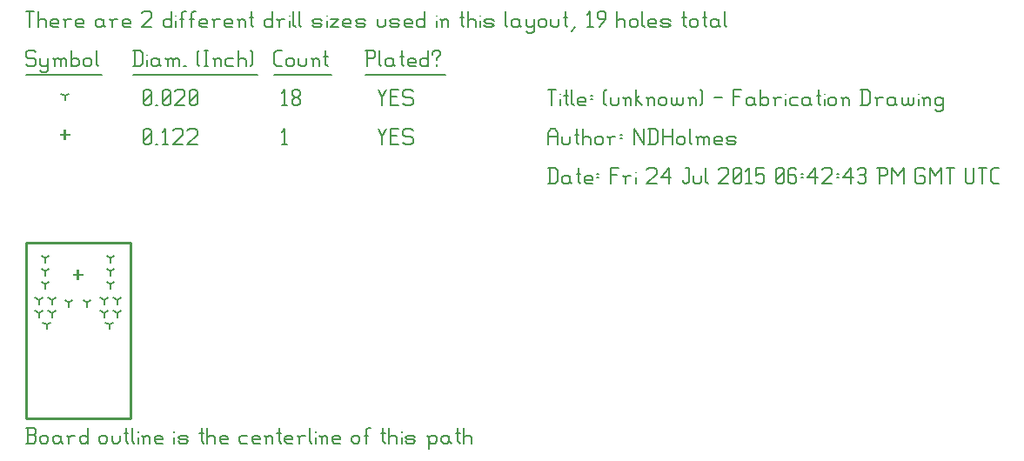
<source format=gbr>
G04 start of page 12 for group -3984 idx -3984 *
G04 Title: (unknown), fab *
G04 Creator: pcb 20110918 *
G04 CreationDate: Fri 24 Jul 2015 06:42:43 PM GMT UTC *
G04 For: ndholmes *
G04 Format: Gerber/RS-274X *
G04 PCB-Dimensions: 40000 67500 *
G04 PCB-Coordinate-Origin: lower left *
%MOIN*%
%FSLAX25Y25*%
%LNFAB*%
%ADD50C,0.0100*%
%ADD49C,0.0075*%
%ADD48C,0.0060*%
%ADD47R,0.0080X0.0080*%
G54D47*X20000Y56600D02*Y53400D01*
X18400Y55000D02*X21600D01*
X15000Y110350D02*Y107150D01*
X13400Y108750D02*X16600D01*
G54D48*X135000Y111000D02*X136500Y108000D01*
X138000Y111000D01*
X136500Y108000D02*Y105000D01*
X139800Y108300D02*X142050D01*
X139800Y105000D02*X142800D01*
X139800Y111000D02*Y105000D01*
Y111000D02*X142800D01*
X147600D02*X148350Y110250D01*
X145350Y111000D02*X147600D01*
X144600Y110250D02*X145350Y111000D01*
X144600Y110250D02*Y108750D01*
X145350Y108000D01*
X147600D01*
X148350Y107250D01*
Y105750D01*
X147600Y105000D02*X148350Y105750D01*
X145350Y105000D02*X147600D01*
X144600Y105750D02*X145350Y105000D01*
X98000Y109800D02*X99200Y111000D01*
Y105000D01*
X98000D02*X100250D01*
X45000Y105750D02*X45750Y105000D01*
X45000Y110250D02*Y105750D01*
Y110250D02*X45750Y111000D01*
X47250D01*
X48000Y110250D01*
Y105750D01*
X47250Y105000D02*X48000Y105750D01*
X45750Y105000D02*X47250D01*
X45000Y106500D02*X48000Y109500D01*
X49800Y105000D02*X50550D01*
X52350Y109800D02*X53550Y111000D01*
Y105000D01*
X52350D02*X54600D01*
X56400Y110250D02*X57150Y111000D01*
X59400D01*
X60150Y110250D01*
Y108750D01*
X56400Y105000D02*X60150Y108750D01*
X56400Y105000D02*X60150D01*
X61950Y110250D02*X62700Y111000D01*
X64950D01*
X65700Y110250D01*
Y108750D01*
X61950Y105000D02*X65700Y108750D01*
X61950Y105000D02*X65700D01*
X32500Y51500D02*Y49900D01*
Y51500D02*X33887Y52300D01*
X32500Y51500D02*X31113Y52300D01*
X32500Y56500D02*Y54900D01*
Y56500D02*X33887Y57300D01*
X32500Y56500D02*X31113Y57300D01*
X32500Y61500D02*Y59900D01*
Y61500D02*X33887Y62300D01*
X32500Y61500D02*X31113Y62300D01*
X7500Y51500D02*Y49900D01*
Y51500D02*X8887Y52300D01*
X7500Y51500D02*X6113Y52300D01*
X7500Y56500D02*Y54900D01*
Y56500D02*X8887Y57300D01*
X7500Y56500D02*X6113Y57300D01*
X7500Y61500D02*Y59900D01*
Y61500D02*X8887Y62300D01*
X7500Y61500D02*X6113Y62300D01*
X5000Y45500D02*Y43900D01*
Y45500D02*X6387Y46300D01*
X5000Y45500D02*X3613Y46300D01*
X10000Y45500D02*Y43900D01*
Y45500D02*X11387Y46300D01*
X10000Y45500D02*X8613Y46300D01*
X10000Y40500D02*Y38900D01*
Y40500D02*X11387Y41300D01*
X10000Y40500D02*X8613Y41300D01*
X5000Y40500D02*Y38900D01*
Y40500D02*X6387Y41300D01*
X5000Y40500D02*X3613Y41300D01*
X8000Y36000D02*Y34400D01*
Y36000D02*X9387Y36800D01*
X8000Y36000D02*X6613Y36800D01*
X30000Y45500D02*Y43900D01*
Y45500D02*X31387Y46300D01*
X30000Y45500D02*X28613Y46300D01*
X35000Y45500D02*Y43900D01*
Y45500D02*X36387Y46300D01*
X35000Y45500D02*X33613Y46300D01*
X35000Y40500D02*Y38900D01*
Y40500D02*X36387Y41300D01*
X35000Y40500D02*X33613Y41300D01*
X30000Y40500D02*Y38900D01*
Y40500D02*X31387Y41300D01*
X30000Y40500D02*X28613Y41300D01*
X16500Y44500D02*Y42900D01*
Y44500D02*X17887Y45300D01*
X16500Y44500D02*X15113Y45300D01*
X23500Y44500D02*Y42900D01*
Y44500D02*X24887Y45300D01*
X23500Y44500D02*X22113Y45300D01*
X32000Y36000D02*Y34400D01*
Y36000D02*X33387Y36800D01*
X32000Y36000D02*X30613Y36800D01*
X15000Y123750D02*Y122150D01*
Y123750D02*X16387Y124550D01*
X15000Y123750D02*X13613Y124550D01*
X135000Y126000D02*X136500Y123000D01*
X138000Y126000D01*
X136500Y123000D02*Y120000D01*
X139800Y123300D02*X142050D01*
X139800Y120000D02*X142800D01*
X139800Y126000D02*Y120000D01*
Y126000D02*X142800D01*
X147600D02*X148350Y125250D01*
X145350Y126000D02*X147600D01*
X144600Y125250D02*X145350Y126000D01*
X144600Y125250D02*Y123750D01*
X145350Y123000D01*
X147600D01*
X148350Y122250D01*
Y120750D01*
X147600Y120000D02*X148350Y120750D01*
X145350Y120000D02*X147600D01*
X144600Y120750D02*X145350Y120000D01*
X98000Y124800D02*X99200Y126000D01*
Y120000D01*
X98000D02*X100250D01*
X102050Y120750D02*X102800Y120000D01*
X102050Y121950D02*Y120750D01*
Y121950D02*X103100Y123000D01*
X104000D01*
X105050Y121950D01*
Y120750D01*
X104300Y120000D02*X105050Y120750D01*
X102800Y120000D02*X104300D01*
X102050Y124050D02*X103100Y123000D01*
X102050Y125250D02*Y124050D01*
Y125250D02*X102800Y126000D01*
X104300D01*
X105050Y125250D01*
Y124050D01*
X104000Y123000D02*X105050Y124050D01*
X45000Y120750D02*X45750Y120000D01*
X45000Y125250D02*Y120750D01*
Y125250D02*X45750Y126000D01*
X47250D01*
X48000Y125250D01*
Y120750D01*
X47250Y120000D02*X48000Y120750D01*
X45750Y120000D02*X47250D01*
X45000Y121500D02*X48000Y124500D01*
X49800Y120000D02*X50550D01*
X52350Y120750D02*X53100Y120000D01*
X52350Y125250D02*Y120750D01*
Y125250D02*X53100Y126000D01*
X54600D01*
X55350Y125250D01*
Y120750D01*
X54600Y120000D02*X55350Y120750D01*
X53100Y120000D02*X54600D01*
X52350Y121500D02*X55350Y124500D01*
X57150Y125250D02*X57900Y126000D01*
X60150D01*
X60900Y125250D01*
Y123750D01*
X57150Y120000D02*X60900Y123750D01*
X57150Y120000D02*X60900D01*
X62700Y120750D02*X63450Y120000D01*
X62700Y125250D02*Y120750D01*
Y125250D02*X63450Y126000D01*
X64950D01*
X65700Y125250D01*
Y120750D01*
X64950Y120000D02*X65700Y120750D01*
X63450Y120000D02*X64950D01*
X62700Y121500D02*X65700Y124500D01*
X3000Y141000D02*X3750Y140250D01*
X750Y141000D02*X3000D01*
X0Y140250D02*X750Y141000D01*
X0Y140250D02*Y138750D01*
X750Y138000D01*
X3000D01*
X3750Y137250D01*
Y135750D01*
X3000Y135000D02*X3750Y135750D01*
X750Y135000D02*X3000D01*
X0Y135750D02*X750Y135000D01*
X5550Y138000D02*Y135750D01*
X6300Y135000D01*
X8550Y138000D02*Y133500D01*
X7800Y132750D02*X8550Y133500D01*
X6300Y132750D02*X7800D01*
X5550Y133500D02*X6300Y132750D01*
Y135000D02*X7800D01*
X8550Y135750D01*
X11100Y137250D02*Y135000D01*
Y137250D02*X11850Y138000D01*
X12600D01*
X13350Y137250D01*
Y135000D01*
Y137250D02*X14100Y138000D01*
X14850D01*
X15600Y137250D01*
Y135000D01*
X10350Y138000D02*X11100Y137250D01*
X17400Y141000D02*Y135000D01*
Y135750D02*X18150Y135000D01*
X19650D01*
X20400Y135750D01*
Y137250D02*Y135750D01*
X19650Y138000D02*X20400Y137250D01*
X18150Y138000D02*X19650D01*
X17400Y137250D02*X18150Y138000D01*
X22200Y137250D02*Y135750D01*
Y137250D02*X22950Y138000D01*
X24450D01*
X25200Y137250D01*
Y135750D01*
X24450Y135000D02*X25200Y135750D01*
X22950Y135000D02*X24450D01*
X22200Y135750D02*X22950Y135000D01*
X27000Y141000D02*Y135750D01*
X27750Y135000D01*
X0Y131750D02*X29250D01*
X41750Y141000D02*Y135000D01*
X43700Y141000D02*X44750Y139950D01*
Y136050D01*
X43700Y135000D02*X44750Y136050D01*
X41000Y135000D02*X43700D01*
X41000Y141000D02*X43700D01*
G54D49*X46550Y139500D02*Y139350D01*
G54D48*Y137250D02*Y135000D01*
X50300Y138000D02*X51050Y137250D01*
X48800Y138000D02*X50300D01*
X48050Y137250D02*X48800Y138000D01*
X48050Y137250D02*Y135750D01*
X48800Y135000D01*
X51050Y138000D02*Y135750D01*
X51800Y135000D01*
X48800D02*X50300D01*
X51050Y135750D01*
X54350Y137250D02*Y135000D01*
Y137250D02*X55100Y138000D01*
X55850D01*
X56600Y137250D01*
Y135000D01*
Y137250D02*X57350Y138000D01*
X58100D01*
X58850Y137250D01*
Y135000D01*
X53600Y138000D02*X54350Y137250D01*
X60650Y135000D02*X61400D01*
X65900Y135750D02*X66650Y135000D01*
X65900Y140250D02*X66650Y141000D01*
X65900Y140250D02*Y135750D01*
X68450Y141000D02*X69950D01*
X69200D02*Y135000D01*
X68450D02*X69950D01*
X72500Y137250D02*Y135000D01*
Y137250D02*X73250Y138000D01*
X74000D01*
X74750Y137250D01*
Y135000D01*
X71750Y138000D02*X72500Y137250D01*
X77300Y138000D02*X79550D01*
X76550Y137250D02*X77300Y138000D01*
X76550Y137250D02*Y135750D01*
X77300Y135000D01*
X79550D01*
X81350Y141000D02*Y135000D01*
Y137250D02*X82100Y138000D01*
X83600D01*
X84350Y137250D01*
Y135000D01*
X86150Y141000D02*X86900Y140250D01*
Y135750D01*
X86150Y135000D02*X86900Y135750D01*
X41000Y131750D02*X88700D01*
X96050Y135000D02*X98000D01*
X95000Y136050D02*X96050Y135000D01*
X95000Y139950D02*Y136050D01*
Y139950D02*X96050Y141000D01*
X98000D01*
X99800Y137250D02*Y135750D01*
Y137250D02*X100550Y138000D01*
X102050D01*
X102800Y137250D01*
Y135750D01*
X102050Y135000D02*X102800Y135750D01*
X100550Y135000D02*X102050D01*
X99800Y135750D02*X100550Y135000D01*
X104600Y138000D02*Y135750D01*
X105350Y135000D01*
X106850D01*
X107600Y135750D01*
Y138000D02*Y135750D01*
X110150Y137250D02*Y135000D01*
Y137250D02*X110900Y138000D01*
X111650D01*
X112400Y137250D01*
Y135000D01*
X109400Y138000D02*X110150Y137250D01*
X114950Y141000D02*Y135750D01*
X115700Y135000D01*
X114200Y138750D02*X115700D01*
X95000Y131750D02*X117200D01*
X130750Y141000D02*Y135000D01*
X130000Y141000D02*X133000D01*
X133750Y140250D01*
Y138750D01*
X133000Y138000D02*X133750Y138750D01*
X130750Y138000D02*X133000D01*
X135550Y141000D02*Y135750D01*
X136300Y135000D01*
X140050Y138000D02*X140800Y137250D01*
X138550Y138000D02*X140050D01*
X137800Y137250D02*X138550Y138000D01*
X137800Y137250D02*Y135750D01*
X138550Y135000D01*
X140800Y138000D02*Y135750D01*
X141550Y135000D01*
X138550D02*X140050D01*
X140800Y135750D01*
X144100Y141000D02*Y135750D01*
X144850Y135000D01*
X143350Y138750D02*X144850D01*
X147100Y135000D02*X149350D01*
X146350Y135750D02*X147100Y135000D01*
X146350Y137250D02*Y135750D01*
Y137250D02*X147100Y138000D01*
X148600D01*
X149350Y137250D01*
X146350Y136500D02*X149350D01*
Y137250D02*Y136500D01*
X154150Y141000D02*Y135000D01*
X153400D02*X154150Y135750D01*
X151900Y135000D02*X153400D01*
X151150Y135750D02*X151900Y135000D01*
X151150Y137250D02*Y135750D01*
Y137250D02*X151900Y138000D01*
X153400D01*
X154150Y137250D01*
X157450Y138000D02*Y137250D01*
Y135750D02*Y135000D01*
X155950Y140250D02*Y139500D01*
Y140250D02*X156700Y141000D01*
X158200D01*
X158950Y140250D01*
Y139500D01*
X157450Y138000D02*X158950Y139500D01*
X130000Y131750D02*X160750D01*
X0Y156000D02*X3000D01*
X1500D02*Y150000D01*
X4800Y156000D02*Y150000D01*
Y152250D02*X5550Y153000D01*
X7050D01*
X7800Y152250D01*
Y150000D01*
X10350D02*X12600D01*
X9600Y150750D02*X10350Y150000D01*
X9600Y152250D02*Y150750D01*
Y152250D02*X10350Y153000D01*
X11850D01*
X12600Y152250D01*
X9600Y151500D02*X12600D01*
Y152250D02*Y151500D01*
X15150Y152250D02*Y150000D01*
Y152250D02*X15900Y153000D01*
X17400D01*
X14400D02*X15150Y152250D01*
X19950Y150000D02*X22200D01*
X19200Y150750D02*X19950Y150000D01*
X19200Y152250D02*Y150750D01*
Y152250D02*X19950Y153000D01*
X21450D01*
X22200Y152250D01*
X19200Y151500D02*X22200D01*
Y152250D02*Y151500D01*
X28950Y153000D02*X29700Y152250D01*
X27450Y153000D02*X28950D01*
X26700Y152250D02*X27450Y153000D01*
X26700Y152250D02*Y150750D01*
X27450Y150000D01*
X29700Y153000D02*Y150750D01*
X30450Y150000D01*
X27450D02*X28950D01*
X29700Y150750D01*
X33000Y152250D02*Y150000D01*
Y152250D02*X33750Y153000D01*
X35250D01*
X32250D02*X33000Y152250D01*
X37800Y150000D02*X40050D01*
X37050Y150750D02*X37800Y150000D01*
X37050Y152250D02*Y150750D01*
Y152250D02*X37800Y153000D01*
X39300D01*
X40050Y152250D01*
X37050Y151500D02*X40050D01*
Y152250D02*Y151500D01*
X44550Y155250D02*X45300Y156000D01*
X47550D01*
X48300Y155250D01*
Y153750D01*
X44550Y150000D02*X48300Y153750D01*
X44550Y150000D02*X48300D01*
X55800Y156000D02*Y150000D01*
X55050D02*X55800Y150750D01*
X53550Y150000D02*X55050D01*
X52800Y150750D02*X53550Y150000D01*
X52800Y152250D02*Y150750D01*
Y152250D02*X53550Y153000D01*
X55050D01*
X55800Y152250D01*
G54D49*X57600Y154500D02*Y154350D01*
G54D48*Y152250D02*Y150000D01*
X59850Y155250D02*Y150000D01*
Y155250D02*X60600Y156000D01*
X61350D01*
X59100Y153000D02*X60600D01*
X63600Y155250D02*Y150000D01*
Y155250D02*X64350Y156000D01*
X65100D01*
X62850Y153000D02*X64350D01*
X67350Y150000D02*X69600D01*
X66600Y150750D02*X67350Y150000D01*
X66600Y152250D02*Y150750D01*
Y152250D02*X67350Y153000D01*
X68850D01*
X69600Y152250D01*
X66600Y151500D02*X69600D01*
Y152250D02*Y151500D01*
X72150Y152250D02*Y150000D01*
Y152250D02*X72900Y153000D01*
X74400D01*
X71400D02*X72150Y152250D01*
X76950Y150000D02*X79200D01*
X76200Y150750D02*X76950Y150000D01*
X76200Y152250D02*Y150750D01*
Y152250D02*X76950Y153000D01*
X78450D01*
X79200Y152250D01*
X76200Y151500D02*X79200D01*
Y152250D02*Y151500D01*
X81750Y152250D02*Y150000D01*
Y152250D02*X82500Y153000D01*
X83250D01*
X84000Y152250D01*
Y150000D01*
X81000Y153000D02*X81750Y152250D01*
X86550Y156000D02*Y150750D01*
X87300Y150000D01*
X85800Y153750D02*X87300D01*
X94500Y156000D02*Y150000D01*
X93750D02*X94500Y150750D01*
X92250Y150000D02*X93750D01*
X91500Y150750D02*X92250Y150000D01*
X91500Y152250D02*Y150750D01*
Y152250D02*X92250Y153000D01*
X93750D01*
X94500Y152250D01*
X97050D02*Y150000D01*
Y152250D02*X97800Y153000D01*
X99300D01*
X96300D02*X97050Y152250D01*
G54D49*X101100Y154500D02*Y154350D01*
G54D48*Y152250D02*Y150000D01*
X102600Y156000D02*Y150750D01*
X103350Y150000D01*
X104850Y156000D02*Y150750D01*
X105600Y150000D01*
X110550D02*X112800D01*
X113550Y150750D01*
X112800Y151500D02*X113550Y150750D01*
X110550Y151500D02*X112800D01*
X109800Y152250D02*X110550Y151500D01*
X109800Y152250D02*X110550Y153000D01*
X112800D01*
X113550Y152250D01*
X109800Y150750D02*X110550Y150000D01*
G54D49*X115350Y154500D02*Y154350D01*
G54D48*Y152250D02*Y150000D01*
X116850Y153000D02*X119850D01*
X116850Y150000D02*X119850Y153000D01*
X116850Y150000D02*X119850D01*
X122400D02*X124650D01*
X121650Y150750D02*X122400Y150000D01*
X121650Y152250D02*Y150750D01*
Y152250D02*X122400Y153000D01*
X123900D01*
X124650Y152250D01*
X121650Y151500D02*X124650D01*
Y152250D02*Y151500D01*
X127200Y150000D02*X129450D01*
X130200Y150750D01*
X129450Y151500D02*X130200Y150750D01*
X127200Y151500D02*X129450D01*
X126450Y152250D02*X127200Y151500D01*
X126450Y152250D02*X127200Y153000D01*
X129450D01*
X130200Y152250D01*
X126450Y150750D02*X127200Y150000D01*
X134700Y153000D02*Y150750D01*
X135450Y150000D01*
X136950D01*
X137700Y150750D01*
Y153000D02*Y150750D01*
X140250Y150000D02*X142500D01*
X143250Y150750D01*
X142500Y151500D02*X143250Y150750D01*
X140250Y151500D02*X142500D01*
X139500Y152250D02*X140250Y151500D01*
X139500Y152250D02*X140250Y153000D01*
X142500D01*
X143250Y152250D01*
X139500Y150750D02*X140250Y150000D01*
X145800D02*X148050D01*
X145050Y150750D02*X145800Y150000D01*
X145050Y152250D02*Y150750D01*
Y152250D02*X145800Y153000D01*
X147300D01*
X148050Y152250D01*
X145050Y151500D02*X148050D01*
Y152250D02*Y151500D01*
X152850Y156000D02*Y150000D01*
X152100D02*X152850Y150750D01*
X150600Y150000D02*X152100D01*
X149850Y150750D02*X150600Y150000D01*
X149850Y152250D02*Y150750D01*
Y152250D02*X150600Y153000D01*
X152100D01*
X152850Y152250D01*
G54D49*X157350Y154500D02*Y154350D01*
G54D48*Y152250D02*Y150000D01*
X159600Y152250D02*Y150000D01*
Y152250D02*X160350Y153000D01*
X161100D01*
X161850Y152250D01*
Y150000D01*
X158850Y153000D02*X159600Y152250D01*
X167100Y156000D02*Y150750D01*
X167850Y150000D01*
X166350Y153750D02*X167850D01*
X169350Y156000D02*Y150000D01*
Y152250D02*X170100Y153000D01*
X171600D01*
X172350Y152250D01*
Y150000D01*
G54D49*X174150Y154500D02*Y154350D01*
G54D48*Y152250D02*Y150000D01*
X176400D02*X178650D01*
X179400Y150750D01*
X178650Y151500D02*X179400Y150750D01*
X176400Y151500D02*X178650D01*
X175650Y152250D02*X176400Y151500D01*
X175650Y152250D02*X176400Y153000D01*
X178650D01*
X179400Y152250D01*
X175650Y150750D02*X176400Y150000D01*
X183900Y156000D02*Y150750D01*
X184650Y150000D01*
X188400Y153000D02*X189150Y152250D01*
X186900Y153000D02*X188400D01*
X186150Y152250D02*X186900Y153000D01*
X186150Y152250D02*Y150750D01*
X186900Y150000D01*
X189150Y153000D02*Y150750D01*
X189900Y150000D01*
X186900D02*X188400D01*
X189150Y150750D01*
X191700Y153000D02*Y150750D01*
X192450Y150000D01*
X194700Y153000D02*Y148500D01*
X193950Y147750D02*X194700Y148500D01*
X192450Y147750D02*X193950D01*
X191700Y148500D02*X192450Y147750D01*
Y150000D02*X193950D01*
X194700Y150750D01*
X196500Y152250D02*Y150750D01*
Y152250D02*X197250Y153000D01*
X198750D01*
X199500Y152250D01*
Y150750D01*
X198750Y150000D02*X199500Y150750D01*
X197250Y150000D02*X198750D01*
X196500Y150750D02*X197250Y150000D01*
X201300Y153000D02*Y150750D01*
X202050Y150000D01*
X203550D01*
X204300Y150750D01*
Y153000D02*Y150750D01*
X206850Y156000D02*Y150750D01*
X207600Y150000D01*
X206100Y153750D02*X207600D01*
X209100Y148500D02*X210600Y150000D01*
X215100Y154800D02*X216300Y156000D01*
Y150000D01*
X215100D02*X217350D01*
X219900D02*X222150Y153000D01*
Y155250D02*Y153000D01*
X221400Y156000D02*X222150Y155250D01*
X219900Y156000D02*X221400D01*
X219150Y155250D02*X219900Y156000D01*
X219150Y155250D02*Y153750D01*
X219900Y153000D01*
X222150D01*
X226650Y156000D02*Y150000D01*
Y152250D02*X227400Y153000D01*
X228900D01*
X229650Y152250D01*
Y150000D01*
X231450Y152250D02*Y150750D01*
Y152250D02*X232200Y153000D01*
X233700D01*
X234450Y152250D01*
Y150750D01*
X233700Y150000D02*X234450Y150750D01*
X232200Y150000D02*X233700D01*
X231450Y150750D02*X232200Y150000D01*
X236250Y156000D02*Y150750D01*
X237000Y150000D01*
X239250D02*X241500D01*
X238500Y150750D02*X239250Y150000D01*
X238500Y152250D02*Y150750D01*
Y152250D02*X239250Y153000D01*
X240750D01*
X241500Y152250D01*
X238500Y151500D02*X241500D01*
Y152250D02*Y151500D01*
X244050Y150000D02*X246300D01*
X247050Y150750D01*
X246300Y151500D02*X247050Y150750D01*
X244050Y151500D02*X246300D01*
X243300Y152250D02*X244050Y151500D01*
X243300Y152250D02*X244050Y153000D01*
X246300D01*
X247050Y152250D01*
X243300Y150750D02*X244050Y150000D01*
X252300Y156000D02*Y150750D01*
X253050Y150000D01*
X251550Y153750D02*X253050D01*
X254550Y152250D02*Y150750D01*
Y152250D02*X255300Y153000D01*
X256800D01*
X257550Y152250D01*
Y150750D01*
X256800Y150000D02*X257550Y150750D01*
X255300Y150000D02*X256800D01*
X254550Y150750D02*X255300Y150000D01*
X260100Y156000D02*Y150750D01*
X260850Y150000D01*
X259350Y153750D02*X260850D01*
X264600Y153000D02*X265350Y152250D01*
X263100Y153000D02*X264600D01*
X262350Y152250D02*X263100Y153000D01*
X262350Y152250D02*Y150750D01*
X263100Y150000D01*
X265350Y153000D02*Y150750D01*
X266100Y150000D01*
X263100D02*X264600D01*
X265350Y150750D01*
X267900Y156000D02*Y150750D01*
X268650Y150000D01*
G54D50*X0Y67500D02*X40000D01*
X0Y0D02*X40000D01*
Y67500D01*
X0D02*Y0D01*
G54D48*Y-9500D02*X3000D01*
X3750Y-8750D01*
Y-6950D02*Y-8750D01*
X3000Y-6200D02*X3750Y-6950D01*
X750Y-6200D02*X3000D01*
X750Y-3500D02*Y-9500D01*
X0Y-3500D02*X3000D01*
X3750Y-4250D01*
Y-5450D01*
X3000Y-6200D02*X3750Y-5450D01*
X5550Y-7250D02*Y-8750D01*
Y-7250D02*X6300Y-6500D01*
X7800D01*
X8550Y-7250D01*
Y-8750D01*
X7800Y-9500D02*X8550Y-8750D01*
X6300Y-9500D02*X7800D01*
X5550Y-8750D02*X6300Y-9500D01*
X12600Y-6500D02*X13350Y-7250D01*
X11100Y-6500D02*X12600D01*
X10350Y-7250D02*X11100Y-6500D01*
X10350Y-7250D02*Y-8750D01*
X11100Y-9500D01*
X13350Y-6500D02*Y-8750D01*
X14100Y-9500D01*
X11100D02*X12600D01*
X13350Y-8750D01*
X16650Y-7250D02*Y-9500D01*
Y-7250D02*X17400Y-6500D01*
X18900D01*
X15900D02*X16650Y-7250D01*
X23700Y-3500D02*Y-9500D01*
X22950D02*X23700Y-8750D01*
X21450Y-9500D02*X22950D01*
X20700Y-8750D02*X21450Y-9500D01*
X20700Y-7250D02*Y-8750D01*
Y-7250D02*X21450Y-6500D01*
X22950D01*
X23700Y-7250D01*
X28200D02*Y-8750D01*
Y-7250D02*X28950Y-6500D01*
X30450D01*
X31200Y-7250D01*
Y-8750D01*
X30450Y-9500D02*X31200Y-8750D01*
X28950Y-9500D02*X30450D01*
X28200Y-8750D02*X28950Y-9500D01*
X33000Y-6500D02*Y-8750D01*
X33750Y-9500D01*
X35250D01*
X36000Y-8750D01*
Y-6500D02*Y-8750D01*
X38550Y-3500D02*Y-8750D01*
X39300Y-9500D01*
X37800Y-5750D02*X39300D01*
X40800Y-3500D02*Y-8750D01*
X41550Y-9500D01*
G54D49*X43050Y-5000D02*Y-5150D01*
G54D48*Y-7250D02*Y-9500D01*
X45300Y-7250D02*Y-9500D01*
Y-7250D02*X46050Y-6500D01*
X46800D01*
X47550Y-7250D01*
Y-9500D01*
X44550Y-6500D02*X45300Y-7250D01*
X50100Y-9500D02*X52350D01*
X49350Y-8750D02*X50100Y-9500D01*
X49350Y-7250D02*Y-8750D01*
Y-7250D02*X50100Y-6500D01*
X51600D01*
X52350Y-7250D01*
X49350Y-8000D02*X52350D01*
Y-7250D02*Y-8000D01*
G54D49*X56850Y-5000D02*Y-5150D01*
G54D48*Y-7250D02*Y-9500D01*
X59100D02*X61350D01*
X62100Y-8750D01*
X61350Y-8000D02*X62100Y-8750D01*
X59100Y-8000D02*X61350D01*
X58350Y-7250D02*X59100Y-8000D01*
X58350Y-7250D02*X59100Y-6500D01*
X61350D01*
X62100Y-7250D01*
X58350Y-8750D02*X59100Y-9500D01*
X67350Y-3500D02*Y-8750D01*
X68100Y-9500D01*
X66600Y-5750D02*X68100D01*
X69600Y-3500D02*Y-9500D01*
Y-7250D02*X70350Y-6500D01*
X71850D01*
X72600Y-7250D01*
Y-9500D01*
X75150D02*X77400D01*
X74400Y-8750D02*X75150Y-9500D01*
X74400Y-7250D02*Y-8750D01*
Y-7250D02*X75150Y-6500D01*
X76650D01*
X77400Y-7250D01*
X74400Y-8000D02*X77400D01*
Y-7250D02*Y-8000D01*
X82650Y-6500D02*X84900D01*
X81900Y-7250D02*X82650Y-6500D01*
X81900Y-7250D02*Y-8750D01*
X82650Y-9500D01*
X84900D01*
X87450D02*X89700D01*
X86700Y-8750D02*X87450Y-9500D01*
X86700Y-7250D02*Y-8750D01*
Y-7250D02*X87450Y-6500D01*
X88950D01*
X89700Y-7250D01*
X86700Y-8000D02*X89700D01*
Y-7250D02*Y-8000D01*
X92250Y-7250D02*Y-9500D01*
Y-7250D02*X93000Y-6500D01*
X93750D01*
X94500Y-7250D01*
Y-9500D01*
X91500Y-6500D02*X92250Y-7250D01*
X97050Y-3500D02*Y-8750D01*
X97800Y-9500D01*
X96300Y-5750D02*X97800D01*
X100050Y-9500D02*X102300D01*
X99300Y-8750D02*X100050Y-9500D01*
X99300Y-7250D02*Y-8750D01*
Y-7250D02*X100050Y-6500D01*
X101550D01*
X102300Y-7250D01*
X99300Y-8000D02*X102300D01*
Y-7250D02*Y-8000D01*
X104850Y-7250D02*Y-9500D01*
Y-7250D02*X105600Y-6500D01*
X107100D01*
X104100D02*X104850Y-7250D01*
X108900Y-3500D02*Y-8750D01*
X109650Y-9500D01*
G54D49*X111150Y-5000D02*Y-5150D01*
G54D48*Y-7250D02*Y-9500D01*
X113400Y-7250D02*Y-9500D01*
Y-7250D02*X114150Y-6500D01*
X114900D01*
X115650Y-7250D01*
Y-9500D01*
X112650Y-6500D02*X113400Y-7250D01*
X118200Y-9500D02*X120450D01*
X117450Y-8750D02*X118200Y-9500D01*
X117450Y-7250D02*Y-8750D01*
Y-7250D02*X118200Y-6500D01*
X119700D01*
X120450Y-7250D01*
X117450Y-8000D02*X120450D01*
Y-7250D02*Y-8000D01*
X124950Y-7250D02*Y-8750D01*
Y-7250D02*X125700Y-6500D01*
X127200D01*
X127950Y-7250D01*
Y-8750D01*
X127200Y-9500D02*X127950Y-8750D01*
X125700Y-9500D02*X127200D01*
X124950Y-8750D02*X125700Y-9500D01*
X130500Y-4250D02*Y-9500D01*
Y-4250D02*X131250Y-3500D01*
X132000D01*
X129750Y-6500D02*X131250D01*
X136950Y-3500D02*Y-8750D01*
X137700Y-9500D01*
X136200Y-5750D02*X137700D01*
X139200Y-3500D02*Y-9500D01*
Y-7250D02*X139950Y-6500D01*
X141450D01*
X142200Y-7250D01*
Y-9500D01*
G54D49*X144000Y-5000D02*Y-5150D01*
G54D48*Y-7250D02*Y-9500D01*
X146250D02*X148500D01*
X149250Y-8750D01*
X148500Y-8000D02*X149250Y-8750D01*
X146250Y-8000D02*X148500D01*
X145500Y-7250D02*X146250Y-8000D01*
X145500Y-7250D02*X146250Y-6500D01*
X148500D01*
X149250Y-7250D01*
X145500Y-8750D02*X146250Y-9500D01*
X154500Y-7250D02*Y-11750D01*
X153750Y-6500D02*X154500Y-7250D01*
X155250Y-6500D01*
X156750D01*
X157500Y-7250D01*
Y-8750D01*
X156750Y-9500D02*X157500Y-8750D01*
X155250Y-9500D02*X156750D01*
X154500Y-8750D02*X155250Y-9500D01*
X161550Y-6500D02*X162300Y-7250D01*
X160050Y-6500D02*X161550D01*
X159300Y-7250D02*X160050Y-6500D01*
X159300Y-7250D02*Y-8750D01*
X160050Y-9500D01*
X162300Y-6500D02*Y-8750D01*
X163050Y-9500D01*
X160050D02*X161550D01*
X162300Y-8750D01*
X165600Y-3500D02*Y-8750D01*
X166350Y-9500D01*
X164850Y-5750D02*X166350D01*
X167850Y-3500D02*Y-9500D01*
Y-7250D02*X168600Y-6500D01*
X170100D01*
X170850Y-7250D01*
Y-9500D01*
X200750Y96000D02*Y90000D01*
X202700Y96000D02*X203750Y94950D01*
Y91050D01*
X202700Y90000D02*X203750Y91050D01*
X200000Y90000D02*X202700D01*
X200000Y96000D02*X202700D01*
X207800Y93000D02*X208550Y92250D01*
X206300Y93000D02*X207800D01*
X205550Y92250D02*X206300Y93000D01*
X205550Y92250D02*Y90750D01*
X206300Y90000D01*
X208550Y93000D02*Y90750D01*
X209300Y90000D01*
X206300D02*X207800D01*
X208550Y90750D01*
X211850Y96000D02*Y90750D01*
X212600Y90000D01*
X211100Y93750D02*X212600D01*
X214850Y90000D02*X217100D01*
X214100Y90750D02*X214850Y90000D01*
X214100Y92250D02*Y90750D01*
Y92250D02*X214850Y93000D01*
X216350D01*
X217100Y92250D01*
X214100Y91500D02*X217100D01*
Y92250D02*Y91500D01*
X218900Y93750D02*X219650D01*
X218900Y92250D02*X219650D01*
X224150Y96000D02*Y90000D01*
Y96000D02*X227150D01*
X224150Y93300D02*X226400D01*
X229700Y92250D02*Y90000D01*
Y92250D02*X230450Y93000D01*
X231950D01*
X228950D02*X229700Y92250D01*
G54D49*X233750Y94500D02*Y94350D01*
G54D48*Y92250D02*Y90000D01*
X237950Y95250D02*X238700Y96000D01*
X240950D01*
X241700Y95250D01*
Y93750D01*
X237950Y90000D02*X241700Y93750D01*
X237950Y90000D02*X241700D01*
X243500Y92250D02*X246500Y96000D01*
X243500Y92250D02*X247250D01*
X246500Y96000D02*Y90000D01*
X252800Y96000D02*X254000D01*
Y90750D01*
X253250Y90000D02*X254000Y90750D01*
X252500Y90000D02*X253250D01*
X251750Y90750D02*X252500Y90000D01*
X251750Y91500D02*Y90750D01*
X255800Y93000D02*Y90750D01*
X256550Y90000D01*
X258050D01*
X258800Y90750D01*
Y93000D02*Y90750D01*
X260600Y96000D02*Y90750D01*
X261350Y90000D01*
X265550Y95250D02*X266300Y96000D01*
X268550D01*
X269300Y95250D01*
Y93750D01*
X265550Y90000D02*X269300Y93750D01*
X265550Y90000D02*X269300D01*
X271100Y90750D02*X271850Y90000D01*
X271100Y95250D02*Y90750D01*
Y95250D02*X271850Y96000D01*
X273350D01*
X274100Y95250D01*
Y90750D01*
X273350Y90000D02*X274100Y90750D01*
X271850Y90000D02*X273350D01*
X271100Y91500D02*X274100Y94500D01*
X275900Y94800D02*X277100Y96000D01*
Y90000D01*
X275900D02*X278150D01*
X279950Y96000D02*X282950D01*
X279950D02*Y93000D01*
X280700Y93750D01*
X282200D01*
X282950Y93000D01*
Y90750D01*
X282200Y90000D02*X282950Y90750D01*
X280700Y90000D02*X282200D01*
X279950Y90750D02*X280700Y90000D01*
X287450Y90750D02*X288200Y90000D01*
X287450Y95250D02*Y90750D01*
Y95250D02*X288200Y96000D01*
X289700D01*
X290450Y95250D01*
Y90750D01*
X289700Y90000D02*X290450Y90750D01*
X288200Y90000D02*X289700D01*
X287450Y91500D02*X290450Y94500D01*
X294500Y96000D02*X295250Y95250D01*
X293000Y96000D02*X294500D01*
X292250Y95250D02*X293000Y96000D01*
X292250Y95250D02*Y90750D01*
X293000Y90000D01*
X294500Y93300D02*X295250Y92550D01*
X292250Y93300D02*X294500D01*
X293000Y90000D02*X294500D01*
X295250Y90750D01*
Y92550D02*Y90750D01*
X297050Y93750D02*X297800D01*
X297050Y92250D02*X297800D01*
X299600D02*X302600Y96000D01*
X299600Y92250D02*X303350D01*
X302600Y96000D02*Y90000D01*
X305150Y95250D02*X305900Y96000D01*
X308150D01*
X308900Y95250D01*
Y93750D01*
X305150Y90000D02*X308900Y93750D01*
X305150Y90000D02*X308900D01*
X310700Y93750D02*X311450D01*
X310700Y92250D02*X311450D01*
X313250D02*X316250Y96000D01*
X313250Y92250D02*X317000D01*
X316250Y96000D02*Y90000D01*
X318800Y95250D02*X319550Y96000D01*
X321050D01*
X321800Y95250D01*
X321050Y90000D02*X321800Y90750D01*
X319550Y90000D02*X321050D01*
X318800Y90750D02*X319550Y90000D01*
Y93300D02*X321050D01*
X321800Y95250D02*Y94050D01*
Y92550D02*Y90750D01*
Y92550D02*X321050Y93300D01*
X321800Y94050D02*X321050Y93300D01*
X327050Y96000D02*Y90000D01*
X326300Y96000D02*X329300D01*
X330050Y95250D01*
Y93750D01*
X329300Y93000D02*X330050Y93750D01*
X327050Y93000D02*X329300D01*
X331850Y96000D02*Y90000D01*
Y96000D02*X334100Y93000D01*
X336350Y96000D01*
Y90000D01*
X343850Y96000D02*X344600Y95250D01*
X341600Y96000D02*X343850D01*
X340850Y95250D02*X341600Y96000D01*
X340850Y95250D02*Y90750D01*
X341600Y90000D01*
X343850D01*
X344600Y90750D01*
Y92250D02*Y90750D01*
X343850Y93000D02*X344600Y92250D01*
X342350Y93000D02*X343850D01*
X346400Y96000D02*Y90000D01*
Y96000D02*X348650Y93000D01*
X350900Y96000D01*
Y90000D01*
X352700Y96000D02*X355700D01*
X354200D02*Y90000D01*
X360200Y96000D02*Y90750D01*
X360950Y90000D01*
X362450D01*
X363200Y90750D01*
Y96000D02*Y90750D01*
X365000Y96000D02*X368000D01*
X366500D02*Y90000D01*
X370850D02*X372800D01*
X369800Y91050D02*X370850Y90000D01*
X369800Y94950D02*Y91050D01*
Y94950D02*X370850Y96000D01*
X372800D01*
X200000Y109500D02*Y105000D01*
Y109500D02*X201050Y111000D01*
X202700D01*
X203750Y109500D01*
Y105000D01*
X200000Y108000D02*X203750D01*
X205550D02*Y105750D01*
X206300Y105000D01*
X207800D01*
X208550Y105750D01*
Y108000D02*Y105750D01*
X211100Y111000D02*Y105750D01*
X211850Y105000D01*
X210350Y108750D02*X211850D01*
X213350Y111000D02*Y105000D01*
Y107250D02*X214100Y108000D01*
X215600D01*
X216350Y107250D01*
Y105000D01*
X218150Y107250D02*Y105750D01*
Y107250D02*X218900Y108000D01*
X220400D01*
X221150Y107250D01*
Y105750D01*
X220400Y105000D02*X221150Y105750D01*
X218900Y105000D02*X220400D01*
X218150Y105750D02*X218900Y105000D01*
X223700Y107250D02*Y105000D01*
Y107250D02*X224450Y108000D01*
X225950D01*
X222950D02*X223700Y107250D01*
X227750Y108750D02*X228500D01*
X227750Y107250D02*X228500D01*
X233000Y111000D02*Y105000D01*
Y111000D02*X236750Y105000D01*
Y111000D02*Y105000D01*
X239300Y111000D02*Y105000D01*
X241250Y111000D02*X242300Y109950D01*
Y106050D01*
X241250Y105000D02*X242300Y106050D01*
X238550Y105000D02*X241250D01*
X238550Y111000D02*X241250D01*
X244100D02*Y105000D01*
X247850Y111000D02*Y105000D01*
X244100Y108000D02*X247850D01*
X249650Y107250D02*Y105750D01*
Y107250D02*X250400Y108000D01*
X251900D01*
X252650Y107250D01*
Y105750D01*
X251900Y105000D02*X252650Y105750D01*
X250400Y105000D02*X251900D01*
X249650Y105750D02*X250400Y105000D01*
X254450Y111000D02*Y105750D01*
X255200Y105000D01*
X257450Y107250D02*Y105000D01*
Y107250D02*X258200Y108000D01*
X258950D01*
X259700Y107250D01*
Y105000D01*
Y107250D02*X260450Y108000D01*
X261200D01*
X261950Y107250D01*
Y105000D01*
X256700Y108000D02*X257450Y107250D01*
X264500Y105000D02*X266750D01*
X263750Y105750D02*X264500Y105000D01*
X263750Y107250D02*Y105750D01*
Y107250D02*X264500Y108000D01*
X266000D01*
X266750Y107250D01*
X263750Y106500D02*X266750D01*
Y107250D02*Y106500D01*
X269300Y105000D02*X271550D01*
X272300Y105750D01*
X271550Y106500D02*X272300Y105750D01*
X269300Y106500D02*X271550D01*
X268550Y107250D02*X269300Y106500D01*
X268550Y107250D02*X269300Y108000D01*
X271550D01*
X272300Y107250D01*
X268550Y105750D02*X269300Y105000D01*
X200000Y126000D02*X203000D01*
X201500D02*Y120000D01*
G54D49*X204800Y124500D02*Y124350D01*
G54D48*Y122250D02*Y120000D01*
X207050Y126000D02*Y120750D01*
X207800Y120000D01*
X206300Y123750D02*X207800D01*
X209300Y126000D02*Y120750D01*
X210050Y120000D01*
X212300D02*X214550D01*
X211550Y120750D02*X212300Y120000D01*
X211550Y122250D02*Y120750D01*
Y122250D02*X212300Y123000D01*
X213800D01*
X214550Y122250D01*
X211550Y121500D02*X214550D01*
Y122250D02*Y121500D01*
X216350Y123750D02*X217100D01*
X216350Y122250D02*X217100D01*
X221600Y120750D02*X222350Y120000D01*
X221600Y125250D02*X222350Y126000D01*
X221600Y125250D02*Y120750D01*
X224150Y123000D02*Y120750D01*
X224900Y120000D01*
X226400D01*
X227150Y120750D01*
Y123000D02*Y120750D01*
X229700Y122250D02*Y120000D01*
Y122250D02*X230450Y123000D01*
X231200D01*
X231950Y122250D01*
Y120000D01*
X228950Y123000D02*X229700Y122250D01*
X233750Y126000D02*Y120000D01*
Y122250D02*X236000Y120000D01*
X233750Y122250D02*X235250Y123750D01*
X238550Y122250D02*Y120000D01*
Y122250D02*X239300Y123000D01*
X240050D01*
X240800Y122250D01*
Y120000D01*
X237800Y123000D02*X238550Y122250D01*
X242600D02*Y120750D01*
Y122250D02*X243350Y123000D01*
X244850D01*
X245600Y122250D01*
Y120750D01*
X244850Y120000D02*X245600Y120750D01*
X243350Y120000D02*X244850D01*
X242600Y120750D02*X243350Y120000D01*
X247400Y123000D02*Y120750D01*
X248150Y120000D01*
X248900D01*
X249650Y120750D01*
Y123000D02*Y120750D01*
X250400Y120000D01*
X251150D01*
X251900Y120750D01*
Y123000D02*Y120750D01*
X254450Y122250D02*Y120000D01*
Y122250D02*X255200Y123000D01*
X255950D01*
X256700Y122250D01*
Y120000D01*
X253700Y123000D02*X254450Y122250D01*
X258500Y126000D02*X259250Y125250D01*
Y120750D01*
X258500Y120000D02*X259250Y120750D01*
X263750Y123000D02*X266750D01*
X271250Y126000D02*Y120000D01*
Y126000D02*X274250D01*
X271250Y123300D02*X273500D01*
X278300Y123000D02*X279050Y122250D01*
X276800Y123000D02*X278300D01*
X276050Y122250D02*X276800Y123000D01*
X276050Y122250D02*Y120750D01*
X276800Y120000D01*
X279050Y123000D02*Y120750D01*
X279800Y120000D01*
X276800D02*X278300D01*
X279050Y120750D01*
X281600Y126000D02*Y120000D01*
Y120750D02*X282350Y120000D01*
X283850D01*
X284600Y120750D01*
Y122250D02*Y120750D01*
X283850Y123000D02*X284600Y122250D01*
X282350Y123000D02*X283850D01*
X281600Y122250D02*X282350Y123000D01*
X287150Y122250D02*Y120000D01*
Y122250D02*X287900Y123000D01*
X289400D01*
X286400D02*X287150Y122250D01*
G54D49*X291200Y124500D02*Y124350D01*
G54D48*Y122250D02*Y120000D01*
X293450Y123000D02*X295700D01*
X292700Y122250D02*X293450Y123000D01*
X292700Y122250D02*Y120750D01*
X293450Y120000D01*
X295700D01*
X299750Y123000D02*X300500Y122250D01*
X298250Y123000D02*X299750D01*
X297500Y122250D02*X298250Y123000D01*
X297500Y122250D02*Y120750D01*
X298250Y120000D01*
X300500Y123000D02*Y120750D01*
X301250Y120000D01*
X298250D02*X299750D01*
X300500Y120750D01*
X303800Y126000D02*Y120750D01*
X304550Y120000D01*
X303050Y123750D02*X304550D01*
G54D49*X306050Y124500D02*Y124350D01*
G54D48*Y122250D02*Y120000D01*
X307550Y122250D02*Y120750D01*
Y122250D02*X308300Y123000D01*
X309800D01*
X310550Y122250D01*
Y120750D01*
X309800Y120000D02*X310550Y120750D01*
X308300Y120000D02*X309800D01*
X307550Y120750D02*X308300Y120000D01*
X313100Y122250D02*Y120000D01*
Y122250D02*X313850Y123000D01*
X314600D01*
X315350Y122250D01*
Y120000D01*
X312350Y123000D02*X313100Y122250D01*
X320600Y126000D02*Y120000D01*
X322550Y126000D02*X323600Y124950D01*
Y121050D01*
X322550Y120000D02*X323600Y121050D01*
X319850Y120000D02*X322550D01*
X319850Y126000D02*X322550D01*
X326150Y122250D02*Y120000D01*
Y122250D02*X326900Y123000D01*
X328400D01*
X325400D02*X326150Y122250D01*
X332450Y123000D02*X333200Y122250D01*
X330950Y123000D02*X332450D01*
X330200Y122250D02*X330950Y123000D01*
X330200Y122250D02*Y120750D01*
X330950Y120000D01*
X333200Y123000D02*Y120750D01*
X333950Y120000D01*
X330950D02*X332450D01*
X333200Y120750D01*
X335750Y123000D02*Y120750D01*
X336500Y120000D01*
X337250D01*
X338000Y120750D01*
Y123000D02*Y120750D01*
X338750Y120000D01*
X339500D01*
X340250Y120750D01*
Y123000D02*Y120750D01*
G54D49*X342050Y124500D02*Y124350D01*
G54D48*Y122250D02*Y120000D01*
X344300Y122250D02*Y120000D01*
Y122250D02*X345050Y123000D01*
X345800D01*
X346550Y122250D01*
Y120000D01*
X343550Y123000D02*X344300Y122250D01*
X350600Y123000D02*X351350Y122250D01*
X349100Y123000D02*X350600D01*
X348350Y122250D02*X349100Y123000D01*
X348350Y122250D02*Y120750D01*
X349100Y120000D01*
X350600D01*
X351350Y120750D01*
X348350Y118500D02*X349100Y117750D01*
X350600D01*
X351350Y118500D01*
Y123000D02*Y118500D01*
M02*

</source>
